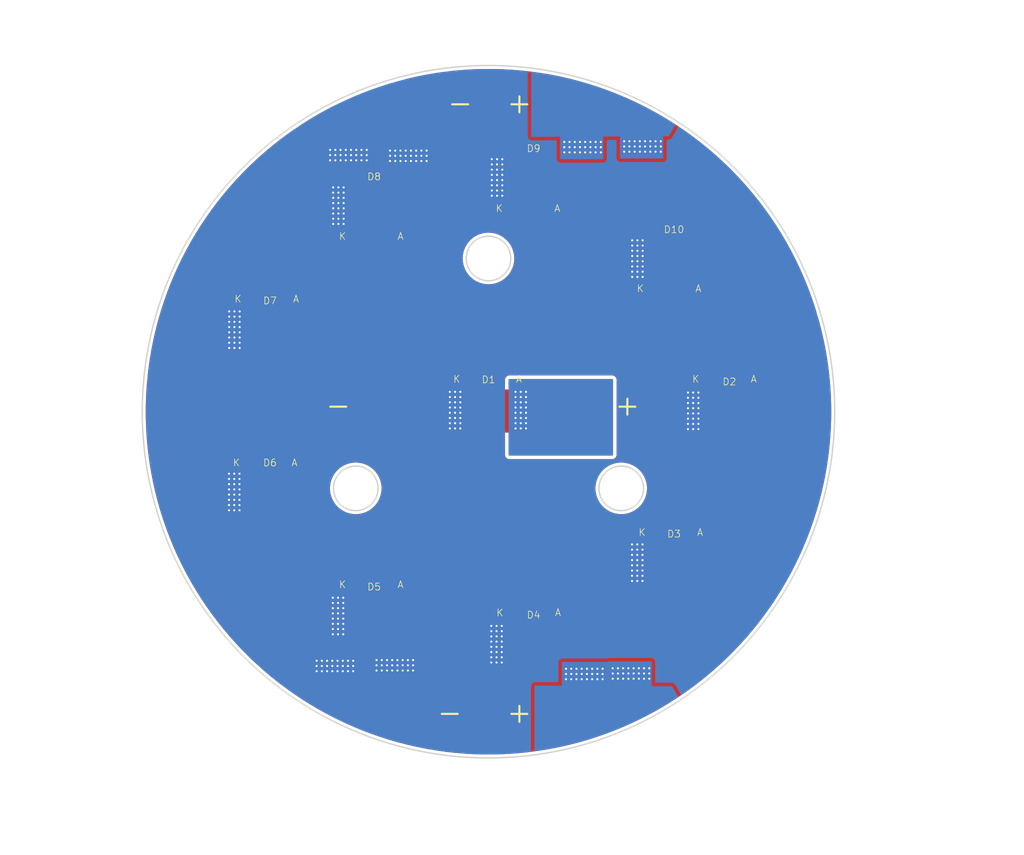
<source format=kicad_pcb>
(kicad_pcb (version 20241229) (generator "pcbnew") (generator_version "9.0")
  (layers (0 "F.Cu" signal) (2 "B.Cu" signal) (13 "F.Paste" user) (15 "B.Paste" user) (5 "F.SilkS" user "F.Silkscreen") (7 "B.SilkS" user "B.Silkscreen") (1 "F.Mask" user) (3 "B.Mask" user) (25 "Edge.Cuts" user))
  (net 0 "")
  (net 1 "/12V1")
  (net 2 "GND")
  (net 3 "/12V2")
  (net 4 "/12V3")
  (footprint "Diode_SMD:CREE_JU7070B_K" (layer "F.Cu") (at 155.9 113.48)
    (property "Reference" "D4" (at 3.7 -1.2 0) (layer "F.SilkS") (effects (font (thickness 0.1))))
    (property "Value" "LED")
    (fp_text user "A" (at 6.7 -0.98 0) (layer "F.SilkS") (effects (font (thickness 0.1)) (justify left bottom)))
    (pad "1" smd rect (at 1.325 3.1) (size 2.65 6.2) (layers "F.Cu" "F.Mask" "F.Paste") (net 2 "GND"))
    (pad "2" smd rect (at 4.915 3.1) (size 2.65 6.2) (layers "F.Cu" "F.Mask" "F.Paste") (net 3 "/12V2"))
  )
  (footprint "Diode_SMD:CREE_JU7070B_K" (layer "F.Cu") (at 176.05 58.15)
    (property "Reference" "D10" (at 3.7 -1.2 0) (layer "F.SilkS") (effects (font (thickness 0.1))))
    (property "Value" "LED")
    (fp_text user "A" (at 6.7 7.85 0) (layer "F.SilkS") (effects (font (thickness 0.1)) (justify left bottom)))
    (pad "1" smd rect (at 1.325 3.1) (size 2.65 6.2) (layers "F.Cu" "F.Mask" "F.Paste") (net 2 "GND"))
    (pad "2" smd rect (at 4.915 3.1) (size 2.65 6.2) (layers "F.Cu" "F.Mask" "F.Paste") (net 4 "/12V3"))
  )
  (footprint "Diode_SMD:CREE_JU7070B_K" (layer "F.Cu") (at 184 80)
    (property "Reference" "D2" (at 3.7 -1.2 0) (layer "F.SilkS") (effects (font (thickness 0.1))))
    (property "Value" "LED")
    (fp_text user "K" (at -1.7 -1 0) (layer "F.SilkS") (effects (font (thickness 0.1)) (justify left bottom)))
    (fp_text user "A" (at 6.7 -1 0) (layer "F.SilkS") (effects (font (thickness 0.1)) (justify left bottom)))
    (pad "1" smd rect (at 1.325 3.1) (size 2.65 6.2) (layers "F.Cu" "F.Mask" "F.Paste") (net 2 "GND"))
    (pad "2" smd rect (at 4.915 3.1) (size 2.65 6.2) (layers "F.Cu" "F.Mask" "F.Paste") (net 3 "/12V2"))
  )
  (footprint "Diode_SMD:CREE_JU7070B_K" (layer "F.Cu") (at 176.05 101.85)
    (property "Reference" "D3" (at 3.7 -1.2 0) (layer "F.SilkS") (effects (font (thickness 0.1))))
    (property "Value" "LED")
    (fp_text user "K" (at -1.45 -0.85 0) (layer "F.SilkS") (effects (font (thickness 0.1)) (justify left bottom)))
    (fp_text user "A" (at 6.95 -0.85 0) (layer "F.SilkS") (effects (font (thickness 0.1)) (justify left bottom)))
    (pad "1" smd rect (at 1.325 3.1) (size 2.65 6.2) (layers "F.Cu" "F.Mask" "F.Paste") (net 2 "GND"))
    (pad "2" smd rect (at 4.915 3.1) (size 2.65 6.2) (layers "F.Cu" "F.Mask" "F.Paste") (net 3 "/12V2"))
  )
  (footprint "Diode_SMD:CREE_JU7070B_K" (layer "F.Cu") (at 118.05 68.37)
    (property "Reference" "D7" (at 3.7 -1.2 0) (layer "F.SilkS") (effects (font (thickness 0.1))))
    (property "Value" "LED")
    (fp_text user "K" (at -1.45 -0.87 0) (layer "F.SilkS") (effects (font (thickness 0.1)) (justify left bottom)))
    (fp_text user "A" (at 6.95 -0.87 0) (layer "F.SilkS") (effects (font (thickness 0.1)) (justify left bottom)))
    (pad "1" smd rect (at 1.325 3.1) (size 2.65 6.2) (layers "F.Cu" "F.Mask" "F.Paste") (net 2 "GND"))
    (pad "2" smd rect (at 4.915 3.1) (size 2.65 6.2) (layers "F.Cu" "F.Mask" "F.Paste") (net 4 "/12V3"))
  )
  (footprint "Diode_SMD:CREE_JU7070B_K" (layer "F.Cu") (at 150 79.9)
    (property "Reference" "D1" (at 3.12 -1.4 0) (layer "F.SilkS") (effects (font (thickness 0.1))))
    (property "Value" "LED")
    (fp_text user "K" (at -2 -0.9 0) (layer "F.SilkS") (effects (font (thickness 0.1)) (justify left bottom)))
    (fp_text user "A" (at 7 -0.9 0) (layer "F.SilkS") (effects (font (thickness 0.1)) (justify left bottom)))
    (pad "1" smd rect (at 1.325 3.1) (size 2.65 6.2) (layers "F.Cu" "F.Mask" "F.Paste") (net 2 "GND"))
    (pad "2" smd rect (at 4.915 3.1) (size 2.65 6.2) (layers "F.Cu" "F.Mask" "F.Paste") (net 1 "/12V1"))
  )
  (footprint "Diode_SMD:CREE_JU7070B_K" (layer "F.Cu") (at 133 50.56)
    (property "Reference" "D8" (at 3.7 -1.2 0) (layer "F.SilkS") (effects (font (thickness 0.1))))
    (property "Value" "LED")
    (fp_text user "A" (at 7 7.94 0) (layer "F.SilkS") (effects (font (thickness 0.1)) (justify left bottom)))
    (fp_text user "K" (at -1.4 7.94 0) (layer "F.SilkS") (effects (font (thickness 0.1)) (justify left bottom)))
    (pad "1" smd rect (at 1.325 3.1) (size 2.65 6.2) (layers "F.Cu" "F.Mask" "F.Paste") (net 2 "GND"))
    (pad "2" smd rect (at 4.915 3.1) (size 2.65 6.2) (layers "F.Cu" "F.Mask" "F.Paste") (net 4 "/12V3"))
  )
  (footprint "Diode_SMD:CREE_JU7070B_K" (layer "F.Cu") (at 155.9 46.52)
    (property "Reference" "D9" (at 3.7 -1.2 0) (layer "F.SilkS") (effects (font (thickness 0.1))))
    (property "Value" "LED")
    (fp_text user "A" (at 6.6 7.98 0) (layer "F.SilkS") (effects (font (thickness 0.1)) (justify left bottom)))
    (fp_text user "K" (at -1.8 7.98 0) (layer "F.SilkS") (effects (font (thickness 0.1)) (justify left bottom)))
    (pad "1" smd rect (at 1.325 3.1) (size 2.65 6.2) (layers "F.Cu" "F.Mask" "F.Paste") (net 2 "GND"))
    (pad "2" smd rect (at 4.915 3.1) (size 2.65 6.2) (layers "F.Cu" "F.Mask" "F.Paste") (net 4 "/12V3"))
  )
  (footprint "Diode_SMD:CREE_JU7070B_K" (layer "F.Cu") (at 118.05 91.63)
    (property "Reference" "D6" (at 3.7 -1.2 0) (layer "F.SilkS") (effects (font (thickness 0.1))))
    (property "Value" "LED")
    (fp_text user "A" (at 6.725 -0.63 0) (layer "F.SilkS") (effects (font (thickness 0.1)) (justify left bottom)))
    (fp_text user "K" (at -1.675 -0.63 0) (layer "F.SilkS") (effects (font (thickness 0.1)) (justify left bottom)))
    (pad "1" smd rect (at 1.325 3.1) (size 2.65 6.2) (layers "F.Cu" "F.Mask" "F.Paste") (net 2 "GND"))
    (pad "2" smd rect (at 4.915 3.1) (size 2.65 6.2) (layers "F.Cu" "F.Mask" "F.Paste") (net 3 "/12V2"))
  )
  (footprint "Diode_SMD:CREE_JU7070B_K" (layer "F.Cu") (at 133 109.44)
    (property "Reference" "D5" (at 3.7 -1.2 0) (layer "F.SilkS") (effects (font (thickness 0.1))))
    (property "Value" "LED")
    (fp_text user "A" (at 7 -0.94 0) (layer "F.SilkS") (effects (font (thickness 0.1)) (justify left bottom)))
    (fp_text user "K" (at -1.4 -0.94 0) (layer "F.SilkS") (effects (font (thickness 0.1)) (justify left bottom)))
    (pad "1" smd rect (at 1.325 3.1) (size 2.65 6.2) (layers "F.Cu" "F.Mask" "F.Paste") (net 2 "GND"))
    (pad "2" smd rect (at 4.915 3.1) (size 2.65 6.2) (layers "F.Cu" "F.Mask" "F.Paste") (net 3 "/12V2"))
  )
  (gr_rect (start 172.35 101.9) (end 176.1 107.9) (stroke (width 0.2)) (fill yes) (layer "F.Cu") (net 2))
  (gr_rect (start 130.135926 44.139475) (end 136.135926 47.889475) (stroke (width 0.2)) (fill yes) (layer "F.Cu") (net 2))
  (gr_rect (start 129.4 109.55) (end 133.15 115.55) (stroke (width 0.2)) (fill yes) (layer "F.Cu") (net 2))
  (gr_rect (start 128.2 117.975) (end 134.2 121.725) (stroke (width 0.2)) (fill yes) (layer "F.Cu") (net 2))
  (gr_rect (start 172.375 58.25) (end 176.125 64.25) (stroke (width 0.2)) (fill yes) (layer "F.Cu") (net 2))
  (gr_rect (start 180.375 80.1) (end 184.125 86.1) (stroke (width 0.2)) (fill yes) (layer "F.Cu") (net 2))
  (gr_rect (start 129.45 50.65) (end 133.2 56.65) (stroke (width 0.2)) (fill yes) (layer "F.Cu") (net 2))
  (gr_rect (start 152.15 113.6) (end 155.9 119.6) (stroke (width 0.2)) (fill yes) (layer "F.Cu") (net 2))
  (gr_rect (start 114.5 91.75) (end 118.25 97.75) (stroke (width 0.2)) (fill yes) (layer "F.Cu") (net 2))
  (gr_rect (start 138.735926 44.239475) (end 144.735926 47.989475) (stroke (width 0.2)) (fill yes) (layer "F.Cu") (net 2))
  (gr_rect (start 136.8 117.875) (end 142.8 121.625) (stroke (width 0.2)) (fill yes) (layer "F.Cu") (net 2))
  (gr_rect (start 114.525 68.45) (end 118.275 74.45) (stroke (width 0.2)) (fill yes) (layer "F.Cu") (net 2))
  (gr_rect (start 146.2 80) (end 149.95 86) (stroke (width 0.2)) (fill yes) (layer "F.Cu") (net 2))
  (gr_rect (start 152.225 46.6) (end 155.975 52.6) (stroke (width 0.2)) (fill yes) (layer "F.Cu") (net 2))
  (gr_rect (start 163.75 119.125) (end 170.25 122.875) (stroke (width 0.2)) (fill yes) (layer "B.Cu") (net 3))
  (gr_rect (start 163.5 43) (end 169.5 46.75) (stroke (width 0.2)) (fill yes) (layer "B.Cu") (net 4))
  (gr_rect (start 170.45 119.05) (end 176.45 122.8) (stroke (width 0.2)) (fill yes) (layer "B.Cu") (net 3))
  (gr_rect (start 172.1 42.9) (end 178.1 46.65) (stroke (width 0.2)) (fill yes) (layer "B.Cu") (net 4))
  (gr_circle (center 172.173 94.1) (end 175.373 94.1) (stroke (width 0.2)) (fill no) (layer "Edge.Cuts"))
  (gr_circle (center 134.067 94.1) (end 137.267 94.1) (stroke (width 0.2)) (fill no) (layer "Edge.Cuts"))
  (gr_circle (center 153.12 83.1) (end 202.82 83.1) (stroke (width 0.2)) (fill no) (layer "Edge.Cuts"))
  (gr_circle (center 153.12 61.1) (end 156.32 61.1) (stroke (width 0.2)) (fill no) (layer "Edge.Cuts"))
  (gr_text "+" (at 155.5 128 0) (layer "F.SilkS") (effects (font (size 3 3) (thickness 0.3) (bold yes)) (justify left bottom)))
  (gr_text "-" (at 145.5 128 0) (layer "F.SilkS") (effects (font (size 3 3) (thickness 0.3) (bold yes)) (justify left bottom)))
  (gr_text "+" (at 171 83.9 0) (layer "F.SilkS") (effects (font (size 3 3) (thickness 0.3) (bold yes)) (justify left bottom)))
  (gr_text "-" (at 147 40.5 0) (layer "F.SilkS") (effects (font (size 3 3) (thickness 0.3) (bold yes)) (justify left bottom)))
  (gr_text "+" (at 155.5 40.5 0) (layer "F.SilkS") (effects (font (size 3 3) (thickness 0.3) (bold yes)) (justify left bottom)))
  (gr_text "K" (at 174.35 66 0) (layer "F.SilkS") (effects (font (size 1 1) (thickness 0.1)) (justify left bottom)))
  (gr_text "-" (at 129.5 83.9 0) (layer "F.SilkS") (effects (font (size 3 3) (thickness 0.3) (bold yes)) (justify left bottom)))
  (gr_text "K" (at 154.2 112.55 0) (layer "F.SilkS") (effects (font (size 1 1) (thickness 0.1)) (justify left bottom)))
  (via (at 157 84.75) (size 0.7) (drill 0.3) (layers "F.Cu" "B.Cu") (net 1))
  (via (at 157.75 80.25) (size 0.7) (drill 0.3) (layers "F.Cu" "B.Cu") (net 1))
  (via (at 158.5 85.5) (size 0.7) (drill 0.3) (layers "F.Cu" "B.Cu") (net 1))
  (via (at 157 81.75) (size 0.7) (drill 0.3) (layers "F.Cu" "B.Cu") (net 1))
  (via (at 157 83.25) (size 0.7) (drill 0.3) (layers "F.Cu" "B.Cu") (net 1))
  (via (at 157 85.5) (size 0.7) (drill 0.3) (layers "F.Cu" "B.Cu") (net 1))
  (via (at 158.5 80.25) (size 0.7) (drill 0.3) (layers "F.Cu" "B.Cu") (net 1))
  (via (at 158.5 84.75) (size 0.7) (drill 0.3) (layers "F.Cu" "B.Cu") (net 1))
  (via (at 158.5 83.25) (size 0.7) (drill 0.3) (layers "F.Cu" "B.Cu") (net 1))
  (via (at 158.5 81) (size 0.7) (drill 0.3) (layers "F.Cu" "B.Cu") (net 1))
  (via (at 157.75 84.75) (size 0.7) (drill 0.3) (layers "F.Cu" "B.Cu") (net 1))
  (via (at 157.75 85.5) (size 0.7) (drill 0.3) (layers "F.Cu" "B.Cu") (net 1))
  (via (at 157.75 81) (size 0.7) (drill 0.3) (layers "F.Cu" "B.Cu") (net 1))
  (via (at 158.5 84) (size 0.7) (drill 0.3) (layers "F.Cu" "B.Cu") (net 1))
  (via (at 157 82.5) (size 0.7) (drill 0.3) (layers "F.Cu" "B.Cu") (net 1))
  (via (at 157 81) (size 0.7) (drill 0.3) (layers "F.Cu" "B.Cu") (net 1))
  (via (at 157 84) (size 0.7) (drill 0.3) (layers "F.Cu" "B.Cu") (net 1))
  (via (at 157.75 84) (size 0.7) (drill 0.3) (layers "F.Cu" "B.Cu") (net 1))
  (via (at 157.75 81.75) (size 0.7) (drill 0.3) (layers "F.Cu" "B.Cu") (net 1))
  (via (at 157.75 83.25) (size 0.7) (drill 0.3) (layers "F.Cu" "B.Cu") (net 1))
  (via (at 157.75 82.5) (size 0.7) (drill 0.3) (layers "F.Cu" "B.Cu") (net 1))
  (via (at 157 80.25) (size 0.7) (drill 0.3) (layers "F.Cu" "B.Cu") (net 1))
  (via (at 158.5 81.75) (size 0.7) (drill 0.3) (layers "F.Cu" "B.Cu") (net 1))
  (via (at 158.5 82.5) (size 0.7) (drill 0.3) (layers "F.Cu" "B.Cu") (net 1))
  (via (at 154.275 117.6) (size 0.7) (drill 0.3) (layers "F.Cu" "B.Cu") (net 2))
  (via (at 142.3 120.25) (size 0.7) (drill 0.3) (layers "F.Cu" "B.Cu") (net 2))
  (via (at 130.825 53.15) (size 0.7) (drill 0.3) (layers "F.Cu" "B.Cu") (net 2))
  (via (at 140.8 118.75) (size 0.7) (drill 0.3) (layers "F.Cu" "B.Cu") (net 2))
  (via (at 133.385926 47.014475) (size 0.7) (drill 0.3) (layers "F.Cu" "B.Cu") (net 2))
  (via (at 132.325 56.15) (size 0.7) (drill 0.3) (layers "F.Cu" "B.Cu") (net 2))
  (via (at 181.75 83.35) (size 0.7) (drill 0.3) (layers "F.Cu" "B.Cu") (net 2))
  (via (at 175.225 105.9) (size 0.7) (drill 0.3) (layers "F.Cu" "B.Cu") (net 2))
  (via (at 154.35 50.6) (size 0.7) (drill 0.3) (layers "F.Cu" "B.Cu") (net 2))
  (via (at 117.4 73.95) (size 0.7) (drill 0.3) (layers "F.Cu" "B.Cu") (net 2))
  (via (at 131.525 112.8) (size 0.7) (drill 0.3) (layers "F.Cu" "B.Cu") (net 2))
  (via (at 175.225 106.65) (size 0.7) (drill 0.3) (layers "F.Cu" "B.Cu") (net 2))
  (via (at 182.5 85.6) (size 0.7) (drill 0.3) (layers "F.Cu" "B.Cu") (net 2))
  (via (at 144.235926 47.114475) (size 0.7) (drill 0.3) (layers "F.Cu" "B.Cu") (net 2))
  (via (at 140.485926 45.614475) (size 0.7) (drill 0.3) (layers "F.Cu" "B.Cu") (net 2))
  (via (at 131.45 119.6) (size 0.7) (drill 0.3) (layers "F.Cu" "B.Cu") (net 2))
  (via (at 174.5 61.5) (size 0.7) (drill 0.3) (layers "F.Cu" "B.Cu") (net 2))
  (via (at 130.775 110.55) (size 0.7) (drill 0.3) (layers "F.Cu" "B.Cu") (net 2))
  (via (at 131.575 50.9) (size 0.7) (drill 0.3) (layers "F.Cu" "B.Cu") (net 2))
  (via (at 148.325 81.75) (size 0.7) (drill 0.3) (layers "F.Cu" "B.Cu") (net 2))
  (via (at 140.05 120.25) (size 0.7) (drill 0.3) (layers "F.Cu" "B.Cu") (net 2))
  (via (at 153.525 115.35) (size 0.7) (drill 0.3) (layers "F.Cu" "B.Cu") (net 2))
  (via (at 115.9 70.2) (size 0.7) (drill 0.3) (layers "F.Cu" "B.Cu") (net 2))
  (via (at 147.575 80.25) (size 0.7) (drill 0.3) (layers "F.Cu" "B.Cu") (net 2))
  (via (at 133.385926 46.264475) (size 0.7) (drill 0.3) (layers "F.Cu" "B.Cu") (net 2))
  (via (at 174.475 102.9) (size 0.7) (drill 0.3) (layers "F.Cu" "B.Cu") (net 2))
  (via (at 153.525 117.6) (size 0.7) (drill 0.3) (layers "F.Cu" "B.Cu") (net 2))
  (via (at 149.075 84) (size 0.7) (drill 0.3) (layers "F.Cu" "B.Cu") (net 2))
  (via (at 132.95 119.6) (size 0.7) (drill 0.3) (layers "F.Cu" "B.Cu") (net 2))
  (via (at 155.1 46.85) (size 0.7) (drill 0.3) (layers "F.Cu" "B.Cu") (net 2))
  (via (at 130.825 53.9) (size 0.7) (drill 0.3) (layers "F.Cu" "B.Cu") (net 2))
  (via (at 147.575 81.75) (size 0.7) (drill 0.3) (layers "F.Cu" "B.Cu") (net 2))
  (via (at 153.6 51.35) (size 0.7) (drill 0.3) (layers "F.Cu" "B.Cu") (net 2))
  (via (at 183.25 85.6) (size 0.7) (drill 0.3) (layers "F.Cu" "B.Cu") (net 2))
  (via (at 131.525 114.3) (size 0.7) (drill 0.3) (layers "F.Cu" "B.Cu") (net 2))
  (via (at 138.55 119.5) (size 0.7) (drill 0.3) (layers "F.Cu" "B.Cu") (net 2))
  (via (at 147.575 82.5) (size 0.7) (drill 0.3) (layers "F.Cu" "B.Cu") (net 2))
  (via (at 175.225 103.65) (size 0.7) (drill 0.3) (layers "F.Cu" "B.Cu") (net 2))
  (via (at 138.55 118.75) (size 0.7) (drill 0.3) (layers "F.Cu" "B.Cu") (net 2))
  (via (at 133.7 120.35) (size 0.7) (drill 0.3) (layers "F.Cu" "B.Cu") (net 2))
  (via (at 117.4 73.2) (size 0.7) (drill 0.3) (layers "F.Cu" "B.Cu") (net 2))
  (via (at 182.5 80.35) (size 0.7) (drill 0.3) (layers "F.Cu" "B.Cu") (net 2))
  (via (at 183.25 84.1) (size 0.7) (drill 0.3) (layers "F.Cu" "B.Cu") (net 2))
  (via (at 140.8 120.25) (size 0.7) (drill 0.3) (layers "F.Cu" "B.Cu") (net 2))
  (via (at 154.275 116.1) (size 0.7) (drill 0.3) (layers "F.Cu" "B.Cu") (net 2))
  (via (at 116.625 92.75) (size 0.7) (drill 0.3) (layers "F.Cu" "B.Cu") (net 2))
  (via (at 131.525 113.55) (size 0.7) (drill 0.3) (layers "F.Cu" "B.Cu") (net 2))
  (via (at 132.275 111.3) (size 0.7) (drill 0.3) (layers "F.Cu" "B.Cu") (net 2))
  (via (at 132.95 120.35) (size 0.7) (drill 0.3) (layers "F.Cu" "B.Cu") (net 2))
  (via (at 147.575 85.5) (size 0.7) (drill 0.3) (layers "F.Cu" "B.Cu") (net 2))
  (via (at 131.525 111.3) (size 0.7) (drill 0.3) (layers "F.Cu" "B.Cu") (net 2))
  (via (at 132.325 51.65) (size 0.7) (drill 0.3) (layers "F.Cu" "B.Cu") (net 2))
  (via (at 130.775 113.55) (size 0.7) (drill 0.3) (layers "F.Cu" "B.Cu") (net 2))
  (via (at 130.775 109.8) (size 0.7) (drill 0.3) (layers "F.Cu" "B.Cu") (net 2))
  (via (at 117.4 68.7) (size 0.7) (drill 0.3) (layers "F.Cu" "B.Cu") (net 2))
  (via (at 181.75 85.6) (size 0.7) (drill 0.3) (layers "F.Cu" "B.Cu") (net 2))
  (via (at 174.5 63.75) (size 0.7) (drill 0.3) (layers "F.Cu" "B.Cu") (net 2))
  (via (at 130.7 119.6) (size 0.7) (drill 0.3) (layers "F.Cu" "B.Cu") (net 2))
  (via (at 115.875 92) (size 0.7) (drill 0.3) (layers "F.Cu" "B.Cu") (net 2))
  (via (at 137.05 119.5) (size 0.7) (drill 0.3) (layers "F.Cu" "B.Cu") (net 2))
  (via (at 116.625 96.5) (size 0.7) (drill 0.3) (layers "F.Cu" "B.Cu") (net 2))
  (via (at 154.275 118.35) (size 0.7) (drill 0.3) (layers "F.Cu" "B.Cu") (net 2))
  (via (at 115.9 72.45) (size 0.7) (drill 0.3) (layers "F.Cu" "B.Cu") (net 2))
  (via (at 131.885926 47.014475) (size 0.7) (drill 0.3) (layers "F.Cu" "B.Cu") (net 2))
  (via (at 153.6 49.1) (size 0.7) (drill 0.3) (layers "F.Cu" "B.Cu") (net 2))
  (via (at 116.65 70.95) (size 0.7) (drill 0.3) (layers "F.Cu" "B.Cu") (net 2))
  (via (at 137.05 118.75) (size 0.7) (drill 0.3) (layers "F.Cu" "B.Cu") (net 2))
  (via (at 132.2 120.35) (size 0.7) (drill 0.3) (layers "F.Cu" "B.Cu") (net 2))
  (via (at 153.6 50.6) (size 0.7) (drill 0.3) (layers "F.Cu" "B.Cu") (net 2))
  (via (at 182.5 82.6) (size 0.7) (drill 0.3) (layers "F.Cu" "B.Cu") (net 2))
  (via (at 153.6 49.85) (size 0.7) (drill 0.3) (layers "F.Cu" "B.Cu") (net 2))
  (via (at 131.135926 46.264475) (size 0.7) (drill 0.3) (layers "F.Cu" "B.Cu") (net 2))
  (via (at 155.025 114.6) (size 0.7) (drill 0.3) (layers "F.Cu" "B.Cu") (net 2))
  (via (at 117.375 94.25) (size 0.7) (drill 0.3) (layers "F.Cu" "B.Cu") (net 2))
  (via (at 116.625 95.75) (size 0.7) (drill 0.3) (layers "F.Cu" "B.Cu") (net 2))
  (via (at 173.725 104.4) (size 0.7) (drill 0.3) (layers "F.Cu" "B.Cu") (net 2))
  (via (at 132.325 50.9) (size 0.7) (drill 0.3) (layers "F.Cu" "B.Cu") (net 2))
  (via (at 132.275 109.8) (size 0.7) (drill 0.3) (layers "F.Cu" "B.Cu") (net 2))
  (via (at 131.45 120.35) (size 0.7) (drill 0.3) (layers "F.Cu" "B.Cu") (net 2))
  (via (at 173.75 58.5) (size 0.7) (drill 0.3) (layers "F.Cu" "B.Cu") (net 2))
  (via (at 174.475 106.65) (size 0.7) (drill 0.3) (layers "F.Cu" "B.Cu") (net 2))
  (via (at 175.25 60.75) (size 0.7) (drill 0.3) (layers "F.Cu" "B.Cu") (net 2))
  (via (at 115.9 73.2) (size 0.7) (drill 0.3) (layers "F.Cu" "B.Cu") (net 2))
  (via (at 173.725 102.15) (size 0.7) (drill 0.3) (layers "F.Cu" "B.Cu") (net 2))
  (via (at 155.025 115.35) (size 0.7) (drill 0.3) (layers "F.Cu" "B.Cu") (net 2))
  (via (at 139.3 119.5) (size 0.7) (drill 0.3) (layers "F.Cu" "B.Cu") (net 2))
  (via (at 131.575 51.65) (size 0.7) (drill 0.3) (layers "F.Cu" "B.Cu") (net 2))
  (via (at 138.985926 47.114475) (size 0.7) (drill 0.3) (layers "F.Cu" "B.Cu") (net 2))
  (via (at 174.5 62.25) (size 0.7) (drill 0.3) (layers "F.Cu" "B.Cu") (net 2))
  (via (at 174.475 102.15) (size 0.7) (drill 0.3) (layers "F.Cu" "B.Cu") (net 2))
  (via (at 117.4 72.45) (size 0.7) (drill 0.3) (layers "F.Cu" "B.Cu") (net 2))
  (via (at 147.575 84.75) (size 0.7) (drill 0.3) (layers "F.Cu" "B.Cu") (net 2))
  (via (at 175.225 102.9) (size 0.7) (drill 0.3) (layers "F.Cu" "B.Cu") (net 2))
  (via (at 149.075 84.75) (size 0.7) (drill 0.3) (layers "F.Cu" "B.Cu") (net 2))
  (via (at 173.75 59.25) (size 0.7) (drill 0.3) (layers "F.Cu" "B.Cu") (net 2))
  (via (at 115.875 94.25) (size 0.7) (drill 0.3) (layers "F.Cu" "B.Cu") (net 2))
  (via (at 129.2 120.35) (size 0.7) (drill 0.3) (layers "F.Cu" "B.Cu") (net 2))
  (via (at 137.8 119.5) (size 0.7) (drill 0.3) (layers "F.Cu" "B.Cu") (net 2))
  (via (at 143.485926 45.614475) (size 0.7) (drill 0.3) (layers "F.Cu" "B.Cu") (net 2))
  (via (at 173.75 60.75) (size 0.7) (drill 0.3) (layers "F.Cu" "B.Cu") (net 2))
  (via (at 141.985926 46.364475) (size 0.7) (drill 0.3) (layers "F.Cu" "B.Cu") (net 2))
  (via (at 129.95 119.6) (size 0.7) (drill 0.3) (layers "F.Cu" "B.Cu") (net 2))
  (via (at 173.75 61.5) (size 0.7) (drill 0.3) (layers "F.Cu" "B.Cu") (net 2))
  (via (at 183.25 80.35) (size 0.7) (drill 0.3) (layers "F.Cu" "B.Cu") (net 2))
  (via (at 183.25 83.35) (size 0.7) (drill 0.3) (layers "F.Cu" "B.Cu") (net 2))
  (via (at 175.225 107.4) (size 0.7) (drill 0.3) (layers "F.Cu" "B.Cu") (net 2))
  (via (at 134.885926 46.264475) (size 0.7) (drill 0.3) (layers "F.Cu" "B.Cu") (net 2))
  (via (at 173.725 102.9) (size 0.7) (drill 0.3) (layers "F.Cu" "B.Cu") (net 2))
  (via (at 138.985926 46.364475) (size 0.7) (drill 0.3) (layers "F.Cu" "B.Cu") (net 2))
  (via (at 149.075 85.5) (size 0.7) (drill 0.3) (layers "F.Cu" "B.Cu") (net 2))
  (via (at 173.75 63.75) (size 0.7) (drill 0.3) (layers "F.Cu" "B.Cu") (net 2))
  (via (at 117.375 92) (size 0.7) (drill 0.3) (layers "F.Cu" "B.Cu") (net 2))
  (via (at 181.75 84.1) (size 0.7) (drill 0.3) (layers "F.Cu" "B.Cu") (net 2))
  (via (at 115.875 96.5) (size 0.7) (drill 0.3) (layers "F.Cu" "B.Cu") (net 2))
  (via (at 149.075 83.25) (size 0.7) (drill 0.3) (layers "F.Cu" "B.Cu") (net 2))
  (via (at 132.275 113.55) (size 0.7) (drill 0.3) (layers "F.Cu" "B.Cu") (net 2))
  (via (at 174.475 107.4) (size 0.7) (drill 0.3) (layers "F.Cu" "B.Cu") (net 2))
  (via (at 183.25 81.85) (size 0.7) (drill 0.3) (layers "F.Cu" "B.Cu") (net 2))
  (via (at 130.825 51.65) (size 0.7) (drill 0.3) (layers "F.Cu" "B.Cu") (net 2))
  (via (at 174.5 60.75) (size 0.7) (drill 0.3) (layers "F.Cu" "B.Cu") (net 2))
  (via (at 115.875 97.25) (size 0.7) (drill 0.3) (layers "F.Cu" "B.Cu") (net 2))
  (via (at 131.885926 46.264475) (size 0.7) (drill 0.3) (layers "F.Cu" "B.Cu") (net 2))
  (via (at 174.475 105.9) (size 0.7) (drill 0.3) (layers "F.Cu" "B.Cu") (net 2))
  (via (at 148.325 84.75) (size 0.7) (drill 0.3) (layers "F.Cu" "B.Cu") (net 2))
  (via (at 117.375 97.25) (size 0.7) (drill 0.3) (layers "F.Cu" "B.Cu") (net 2))
  (via (at 147.575 84) (size 0.7) (drill 0.3) (layers "F.Cu" "B.Cu") (net 2))
  (via (at 115.875 92.75) (size 0.7) (drill 0.3) (layers "F.Cu" "B.Cu") (net 2))
  (via (at 173.75 62.25) (size 0.7) (drill 0.3) (layers "F.Cu" "B.Cu") (net 2))
  (via (at 132.325 55.4) (size 0.7) (drill 0.3) (layers "F.Cu" "B.Cu") (net 2))
  (via (at 149.075 81.75) (size 0.7) (drill 0.3) (layers "F.Cu" "B.Cu") (net 2))
  (via (at 148.325 83.25) (size 0.7) (drill 0.3) (layers "F.Cu" "B.Cu") (net 2))
  (via (at 134.885926 45.514475) (size 0.7) (drill 0.3) (layers "F.Cu" "B.Cu") (net 2))
  (via (at 131.135926 47.014475) (size 0.7) (drill 0.3) (layers "F.Cu" "B.Cu") (net 2))
  (via (at 149.075 81) (size 0.7) (drill 0.3) (layers "F.Cu" "B.Cu") (net 2))
  (via (at 139.3 120.25) (size 0.7) (drill 0.3) (layers "F.Cu" "B.Cu") (net 2))
  (via (at 130.775 112.05) (size 0.7) (drill 0.3) (layers "F.Cu" "B.Cu") (net 2))
  (via (at 155.025 117.6) (size 0.7) (drill 0.3) (layers "F.Cu" "B.Cu") (net 2))
  (via (at 134.885926 47.014475) (size 0.7) (drill 0.3) (layers "F.Cu" "B.Cu") (net 2))
  (via (at 153.6 47.6) (size 0.7) (drill 0.3) (layers "F.Cu" "B.Cu") (net 2))
  (via (at 142.3 119.5) (size 0.7) (drill 0.3) (layers "F.Cu" "B.Cu") (net 2))
  (via (at 115.875 93.5) (size 0.7) (drill 0.3) (layers "F.Cu" "B.Cu") (net 2))
  (via (at 142.735926 47.114475) (size 0.7) (drill 0.3) (layers "F.Cu" "B.Cu") (net 2))
  (via (at 117.4 70.2) (size 0.7) (drill 0.3) (layers "F.Cu" "B.Cu") (net 2))
  (via (at 130.7 120.35) (size 0.7) (drill 0.3) (layers "F.Cu" "B.Cu") (net 2))
  (via (at 133.385926 45.514475) (size 0.7) (drill 0.3) (layers "F.Cu" "B.Cu") (net 2))
  (via (at 154.35 49.85) (size 0.7) (drill 0.3) (layers "F.Cu" "B.Cu") (net 2))
  (via (at 141.985926 47.114475) (size 0.7) (drill 0.3) (layers "F.Cu" "B.Cu") (net 2))
  (via (at 153.525 119.1) (size 0.7) (drill 0.3) (layers "F.Cu" "B.Cu") (net 2))
  (via (at 128.45 118.85) (size 0.7) (drill 0.3) (layers "F.Cu" "B.Cu") (net 2))
  (via (at 149.075 80.25) (size 0.7) (drill 0.3) (layers "F.Cu" "B.Cu") (net 2))
  (via (at 129.95 120.35) (size 0.7) (drill 0.3) (layers "F.Cu" "B.Cu") (net 2))
  (via (at 154.275 115.35) (size 0.7) (drill 0.3) (layers "F.Cu" "B.Cu") (net 2))
  (via (at 183.25 82.6) (size 0.7) (drill 0.3) (layers "F.Cu" "B.Cu") (net 2))
  (via (at 155.1 47.6) (size 0.7) (drill 0.3) (layers "F.Cu" "B.Cu") (net 2))
  (via (at 183.25 84.85) (size 0.7) (drill 0.3) (layers "F.Cu" "B.Cu") (net 2))
  (via (at 131.525 110.55) (size 0.7) (drill 0.3) (layers "F.Cu" "B.Cu") (net 2))
  (via (at 117.375 92.75) (size 0.7) (drill 0.3) (layers "F.Cu" "B.Cu") (net 2))
  (via (at 128.45 119.6) (size 0.7) (drill 0.3) (layers "F.Cu" "B.Cu") (net 2))
  (via (at 131.135926 45.514475) (size 0.7) (drill 0.3) (layers "F.Cu" "B.Cu") (net 2))
  (via (at 141.55 119.5) (size 0.7) (drill 0.3) (layers "F.Cu" "B.Cu") (net 2))
  (via (at 132.275 115.05) (size 0.7) (drill 0.3) (layers "F.Cu" "B.Cu") (net 2))
  (via (at 130.825 52.4) (size 0.7) (drill 0.3) (layers "F.Cu" "B.Cu") (net 2))
  (via (at 154.35 52.1) (size 0.7) (drill 0.3) (layers "F.Cu" "B.Cu") (net 2))
  (via (at 116.65 72.45) (size 0.7) (drill 0.3) (layers "F.Cu" "B.Cu") (net 2))
  (via (at 117.375 95.75) (size 0.7) (drill 0.3) (layers "F.Cu" "B.Cu") (net 2))
  (via (at 132.325 53.9) (size 0.7) (drill 0.3) (layers "F.Cu" "B.Cu") (net 2))
  (via (at 154.275 113.85) (size 0.7) (drill 0.3) (layers "F.Cu" "B.Cu") (net 2))
  (via (at 116.65 68.7) (size 0.7) (drill 0.3) (layers "F.Cu" "B.Cu") (net 2))
  (via (at 132.2 118.85) (size 0.7) (drill 0.3) (layers "F.Cu" "B.Cu") (net 2))
  (via (at 147.575 81) (size 0.7) (drill 0.3) (layers "F.Cu" "B.Cu") (net 2))
  (via (at 115.9 69.45) (size 0.7) (drill 0.3) (layers "F.Cu" "B.Cu") (net 2))
  (via (at 175.25 63) (size 0.7) (drill 0.3) (layers "F.Cu" "B.Cu") (net 2))
  (via (at 139.735926 47.114475) (size 0.7) (drill 0.3) (layers "F.Cu" "B.Cu") (net 2))
  (via (at 129.2 118.85) (size 0.7) (drill 0.3) (layers "F.Cu" "B.Cu") (net 2))
  (via (at 155.1 49.1) (size 0.7) (drill 0.3) (layers "F.Cu" "B.Cu") (net 2))
  (via (at 135.635926 46.264475) (size 0.7) (drill 0.3) (layers "F.Cu" "B.Cu") (net 2))
  (via (at 174.5 63) (size 0.7) (drill 0.3) (layers "F.Cu" "B.Cu") (net 2))
  (via (at 116.65 73.95) (size 0.7) (drill 0.3) (layers "F.Cu" "B.Cu") (net 2))
  (via (at 153.525 113.85) (size 0.7) (drill 0.3) (layers "F.Cu" "B.Cu") (net 2))
  (via (at 148.325 84) (size 0.7) (drill 0.3) (layers "F.Cu" "B.Cu") (net 2))
  (via (at 131.885926 45.514475) (size 0.7) (drill 0.3) (layers "F.Cu" "B.Cu") (net 2))
  (via (at 144.235926 46.364475) (size 0.7) (drill 0.3) (layers "F.Cu" "B.Cu") (net 2))
  (via (at 149.075 82.5) (size 0.7) (drill 0.3) (layers "F.Cu" "B.Cu") (net 2))
  (via (at 140.485926 46.364475) (size 0.7) (drill 0.3) (layers "F.Cu" "B.Cu") (net 2))
  (via (at 115.9 70.95) (size 0.7) (drill 0.3) (layers "F.Cu" "B.Cu") (net 2))
  (via (at 131.525 109.8) (size 0.7) (drill 0.3) (layers "F.Cu" "B.Cu") (net 2))
  (via (at 141.55 120.25) (size 0.7) (drill 0.3) (layers "F.Cu" "B.Cu") (net 2))
  (via (at 130.7 118.85) (size 0.7) (drill 0.3) (layers "F.Cu" "B.Cu") (net 2))
  (via (at 139.735926 45.614475) (size 0.7) (drill 0.3) (layers "F.Cu" "B.Cu") (net 2))
  (via (at 116.65 73.2) (size 0.7) (drill 0.3) (layers "F.Cu" "B.Cu") (net 2))
  (via (at 133.7 118.85) (size 0.7) (drill 0.3) (layers "F.Cu" "B.Cu") (net 2))
  (via (at 115.875 95) (size 0.7) (drill 0.3) (layers "F.Cu" "B.Cu") (net 2))
  (via (at 132.325 52.4) (size 0.7) (drill 0.3) (layers "F.Cu" "B.Cu") (net 2))
  (via (at 174.475 104.4) (size 0.7) (drill 0.3) (layers "F.Cu" "B.Cu") (net 2))
  (via (at 141.235926 45.614475) (size 0.7) (drill 0.3) (layers "F.Cu" "B.Cu") (net 2))
  (via (at 183.25 81.1) (size 0.7) (drill 0.3) (layers "F.Cu" "B.Cu") (net 2))
  (via (at 175.225 104.4) (size 0.7) (drill 0.3) (layers "F.Cu" "B.Cu") (net 2))
  (via (at 132.635926 45.514475) (size 0.7) (drill 0.3) (layers "F.Cu" "B.Cu") (net 2))
  (via (at 134.135926 47.014475) (size 0.7) (drill 0.3) (layers "F.Cu" "B.Cu") (net 2))
  (via (at 182.5 81.85) (size 0.7) (drill 0.3) (layers "F.Cu" "B.Cu") (net 2))
  (via (at 115.9 73.95) (size 0.7) (drill 0.3) (layers "F.Cu" "B.Cu") (net 2))
  (via (at 130.385926 45.514475) (size 0.7) (drill 0.3) (layers "F.Cu" "B.Cu") (net 2))
  (via (at 144.235926 45.614475) (size 0.7) (drill 0.3) (layers "F.Cu" "B.Cu") (net 2))
  (via (at 130.775 115.05) (size 0.7) (drill 0.3) (layers "F.Cu" "B.Cu") (net 2))
  (via (at 155.1 49.85) (size 0.7) (drill 0.3) (layers "F.Cu" "B.Cu") (net 2))
  (via (at 139.735926 46.364475) (size 0.7) (drill 0.3) (layers "F.Cu" "B.Cu") (net 2))
  (via (at 153.525 116.1) (size 0.7) (drill 0.3) (layers "F.Cu" "B.Cu") (net 2))
  (via (at 155.025 116.1) (size 0.7) (drill 0.3) (layers "F.Cu" "B.Cu") (net 2))
  (via (at 132.635926 46.264475) (size 0.7) (drill 0.3) (layers "F.Cu" "B.Cu") (net 2))
  (via (at 153.525 118.35) (size 0.7) (drill 0.3) (layers "F.Cu" "B.Cu") (net 2))
  (via (at 117.375 96.5) (size 0.7) (drill 0.3) (layers "F.Cu" "B.Cu") (net 2))
  (via (at 155.025 119.1) (size 0.7) (drill 0.3) (layers "F.Cu" "B.Cu") (net 2))
  (via (at 137.05 120.25) (size 0.7) (drill 0.3) (layers "F.Cu" "B.Cu") (net 2))
  (via (at 130.825 54.65) (size 0.7) (drill 0.3) (layers "F.Cu" "B.Cu") (net 2))
  (via (at 155.025 118.35) (size 0.7) (drill 0.3) (layers "F.Cu" "B.Cu") (net 2))
  (via (at 117.4 69.45) (size 0.7) (drill 0.3) (layers "F.Cu" "B.Cu") (net 2))
  (via (at 173.75 63) (size 0.7) (drill 0.3) (layers "F.Cu" "B.Cu") (net 2))
  (via (at 175.225 102.15) (size 0.7) (drill 0.3) (layers "F.Cu" "B.Cu") (net 2))
  (via (at 132.275 110.55) (size 0.7) (drill 0.3) (layers "F.Cu" "B.Cu") (net 2))
  (via (at 134.135926 46.264475) (size 0.7) (drill 0.3) (layers "F.Cu" "B.Cu") (net 2))
  (via (at 175.225 105.15) (size 0.7) (drill 0.3) (layers "F.Cu" "B.Cu") (net 2))
  (via (at 148.325 85.5) (size 0.7) (drill 0.3) (layers "F.Cu" "B.Cu") (net 2))
  (via (at 131.525 112.05) (size 0.7) (drill 0.3) (layers "F.Cu" "B.Cu") (net 2))
  (via (at 131.575 56.15) (size 0.7) (drill 0.3) (layers "F.Cu" "B.Cu") (net 2))
  (via (at 142.735926 46.364475) (size 0.7) (drill 0.3) (layers "F.Cu" "B.Cu") (net 2))
  (via (at 148.325 80.25) (size 0.7) (drill 0.3) (layers "F.Cu" "B.Cu") (net 2))
  (via (at 116.625 93.5) (size 0.7) (drill 0.3) (layers "F.Cu" "B.Cu") (net 2))
  (via (at 155.025 116.85) (size 0.7) (drill 0.3) (layers "F.Cu" "B.Cu") (net 2))
  (via (at 154.35 49.1) (size 0.7) (drill 0.3) (layers "F.Cu" "B.Cu") (net 2))
  (via (at 138.55 120.25) (size 0.7) (drill 0.3) (layers "F.Cu" "B.Cu") (net 2))
  (via (at 139.3 118.75) (size 0.7) (drill 0.3) (layers "F.Cu" "B.Cu") (net 2))
  (via (at 132.275 112.05) (size 0.7) (drill 0.3) (layers "F.Cu" "B.Cu") (net 2))
  (via (at 130.385926 47.014475) (size 0.7) (drill 0.3) (layers "F.Cu" "B.Cu") (net 2))
  (via (at 115.875 95.75) (size 0.7) (drill 0.3) (layers "F.Cu" "B.Cu") (net 2))
  (via (at 135.635926 45.514475) (size 0.7) (drill 0.3) (layers "F.Cu" "B.Cu") (net 2))
  (via (at 154.275 119.1) (size 0.7) (drill 0.3) (layers "F.Cu" "B.Cu") (net 2))
  (via (at 173.725 107.4) (size 0.7) (drill 0.3) (layers "F.Cu" "B.Cu") (net 2))
  (via (at 116.65 70.2) (size 0.7) (drill 0.3) (layers "F.Cu" "B.Cu") (net 2))
  (via (at 154.35 51.35) (size 0.7) (drill 0.3) (layers "F.Cu" "B.Cu") (net 2))
  (via (at 153.525 116.85) (size 0.7) (drill 0.3) (layers "F.Cu" "B.Cu") (net 2))
  (via (at 174.475 103.65) (size 0.7) (drill 0.3) (layers "F.Cu" "B.Cu") (net 2))
  (via (at 142.3 118.75) (size 0.7) (drill 0.3) (layers "F.Cu" "B.Cu") (net 2))
  (via (at 141.55 118.75) (size 0.7) (drill 0.3) (layers "F.Cu" "B.Cu") (net 2))
  (via (at 138.985926 45.614475) (size 0.7) (drill 0.3) (layers "F.Cu" "B.Cu") (net 2))
  (via (at 173.725 106.65) (size 0.7) (drill 0.3) (layers "F.Cu" "B.Cu") (net 2))
  (via (at 135.635926 47.014475) (size 0.7) (drill 0.3) (layers "F.Cu" "B.Cu") (net 2))
  (via (at 131.525 115.05) (size 0.7) (drill 0.3) (layers "F.Cu" "B.Cu") (net 2))
  (via (at 174.5 58.5) (size 0.7) (drill 0.3) (layers "F.Cu" "B.Cu") (net 2))
  (via (at 130.825 56.15) (size 0.7) (drill 0.3) (layers "F.Cu" "B.Cu") (net 2))
  (via (at 116.625 95) (size 0.7) (drill 0.3) (layers "F.Cu" "B.Cu") (net 2))
  (via (at 117.4 70.95) (size 0.7) (drill 0.3) (layers "F.Cu" "B.Cu") (net 2))
  (via (at 133.7 119.6) (size 0.7) (drill 0.3) (layers "F.Cu" "B.Cu") (net 2))
  (via (at 131.45 118.85) (size 0.7) (drill 0.3) (layers "F.Cu" "B.Cu") (net 2))
  (via (at 131.575 55.4) (size 0.7) (drill 0.3) (layers "F.Cu" "B.Cu") (net 2))
  (via (at 143.485926 46.364475) (size 0.7) (drill 0.3) (layers "F.Cu" "B.Cu") (net 2))
  (via (at 140.8 119.5) (size 0.7) (drill 0.3) (layers "F.Cu" "B.Cu") (net 2))
  (via (at 182.5 84.85) (size 0.7) (drill 0.3) (layers "F.Cu" "B.Cu") (net 2))
  (via (at 132.2 119.6) (size 0.7) (drill 0.3) (layers "F.Cu" "B.Cu") (net 2))
  (via (at 153.6 46.85) (size 0.7) (drill 0.3) (layers "F.Cu" "B.Cu") (net 2))
  (via (at 175.25 60) (size 0.7) (drill 0.3) (layers "F.Cu" "B.Cu") (net 2))
  (via (at 153.525 114.6) (size 0.7) (drill 0.3) (layers "F.Cu" "B.Cu") (net 2))
  (via (at 147.575 83.25) (size 0.7) (drill 0.3) (layers "F.Cu" "B.Cu") (net 2))
  (via (at 174.5 60) (size 0.7) (drill 0.3) (layers "F.Cu" "B.Cu") (net 2))
  (via (at 181.75 81.85) (size 0.7) (drill 0.3) (layers "F.Cu" "B.Cu") (net 2))
  (via (at 117.4 71.7) (size 0.7) (drill 0.3) (layers "F.Cu" "B.Cu") (net 2))
  (via (at 132.275 112.8) (size 0.7) (drill 0.3) (layers "F.Cu" "B.Cu") (net 2))
  (via (at 155.1 50.6) (size 0.7) (drill 0.3) (layers "F.Cu" "B.Cu") (net 2))
  (via (at 175.25 58.5) (size 0.7) (drill 0.3) (layers "F.Cu" "B.Cu") (net 2))
  (via (at 148.325 81) (size 0.7) (drill 0.3) (layers "F.Cu" "B.Cu") (net 2))
  (via (at 182.5 84.1) (size 0.7) (drill 0.3) (layers "F.Cu" "B.Cu") (net 2))
  (via (at 155.1 52.1) (size 0.7) (drill 0.3) (layers "F.Cu" "B.Cu") (net 2))
  (via (at 116.625 92) (size 0.7) (drill 0.3) (layers "F.Cu" "B.Cu") (net 2))
  (via (at 154.275 116.85) (size 0.7) (drill 0.3) (layers "F.Cu" "B.Cu") (net 2))
  (via (at 143.485926 47.114475) (size 0.7) (drill 0.3) (layers "F.Cu" "B.Cu") (net 2))
  (via (at 116.65 69.45) (size 0.7) (drill 0.3) (layers "F.Cu" "B.Cu") (net 2))
  (via (at 155.1 51.35) (size 0.7) (drill 0.3) (layers "F.Cu" "B.Cu") (net 2))
  (via (at 175.25 59.25) (size 0.7) (drill 0.3) (layers "F.Cu" "B.Cu") (net 2))
  (via (at 117.375 93.5) (size 0.7) (drill 0.3) (layers "F.Cu" "B.Cu") (net 2))
  (via (at 141.985926 45.614475) (size 0.7) (drill 0.3) (layers "F.Cu" "B.Cu") (net 2))
  (via (at 141.235926 46.364475) (size 0.7) (drill 0.3) (layers "F.Cu" "B.Cu") (net 2))
  (via (at 175.25 61.5) (size 0.7) (drill 0.3) (layers "F.Cu" "B.Cu") (net 2))
  (via (at 154.35 46.85) (size 0.7) (drill 0.3) (layers "F.Cu" "B.Cu") (net 2))
  (via (at 130.385926 46.264475) (size 0.7) (drill 0.3) (layers "F.Cu" "B.Cu") (net 2))
  (via (at 115.9 71.7) (size 0.7) (drill 0.3) (layers "F.Cu" "B.Cu") (net 2))
  (via (at 154.35 48.35) (size 0.7) (drill 0.3) (layers "F.Cu" "B.Cu") (net 2))
  (via (at 116.625 97.25) (size 0.7) (drill 0.3) (layers "F.Cu" "B.Cu") (net 2))
  (via (at 174.5 59.25) (size 0.7) (drill 0.3) (layers "F.Cu" "B.Cu") (net 2))
  (via (at 130.775 112.8) (size 0.7) (drill 0.3) (layers "F.Cu" "B.Cu") (net 2))
  (via (at 174.475 105.15) (size 0.7) (drill 0.3) (layers "F.Cu" "B.Cu") (net 2))
  (via (at 130.775 111.3) (size 0.7) (drill 0.3) (layers "F.Cu" "B.Cu") (net 2))
  (via (at 134.135926 45.514475) (size 0.7) (drill 0.3) (layers "F.Cu" "B.Cu") (net 2))
  (via (at 141.235926 47.114475) (size 0.7) (drill 0.3) (layers "F.Cu" "B.Cu") (net 2))
  (via (at 173.725 105.9) (size 0.7) (drill 0.3) (layers "F.Cu" "B.Cu") (net 2))
  (via (at 173.75 60) (size 0.7) (drill 0.3) (layers "F.Cu" "B.Cu") (net 2))
  (via (at 132.325 54.65) (size 0.7) (drill 0.3) (layers "F.Cu" "B.Cu") (net 2))
  (via (at 181.75 81.1) (size 0.7) (drill 0.3) (layers "F.Cu" "B.Cu") (net 2))
  (via (at 117.375 95) (size 0.7) (drill 0.3) (layers "F.Cu" "B.Cu") (net 2))
  (via (at 116.65 71.7) (size 0.7) (drill 0.3) (layers "F.Cu" "B.Cu") (net 2))
  (via (at 155.025 113.85) (size 0.7) (drill 0.3) (layers "F.Cu" "B.Cu") (net 2))
  (via (at 130.825 50.9) (size 0.7) (drill 0.3) (layers "F.Cu" "B.Cu") (net 2))
  (via (at 173.725 103.65) (size 0.7) (drill 0.3) (layers "F.Cu" "B.Cu") (net 2))
  (via (at 140.485926 47.114475) (size 0.7) (drill 0.3) (layers "F.Cu" "B.Cu") (net 2))
  (via (at 132.95 118.85) (size 0.7) (drill 0.3) (layers "F.Cu" "B.Cu") (net 2))
  (via (at 132.635926 47.014475) (size 0.7) (drill 0.3) (layers "F.Cu" "B.Cu") (net 2))
  (via (at 154.275 114.6) (size 0.7) (drill 0.3) (layers "F.Cu" "B.Cu") (net 2))
  (via (at 129.95 118.85) (size 0.7) (drill 0.3) (layers "F.Cu" "B.Cu") (net 2))
  (via (at 155.1 48.35) (size 0.7) (drill 0.3) (layers "F.Cu" "B.Cu") (net 2))
  (via (at 142.735926 45.614475) (size 0.7) (drill 0.3) (layers "F.Cu" "B.Cu") (net 2))
  (via (at 116.625 94.25) (size 0.7) (drill 0.3) (layers "F.Cu" "B.Cu") (net 2))
  (via (at 140.05 119.5) (size 0.7) (drill 0.3) (layers "F.Cu" "B.Cu") (net 2))
  (via (at 115.9 68.7) (size 0.7) (drill 0.3) (layers "F.Cu" "B.Cu") (net 2))
  (via (at 130.825 55.4) (size 0.7) (drill 0.3) (layers "F.Cu" "B.Cu") (net 2))
  (via (at 129.2 119.6) (size 0.7) (drill 0.3) (layers "F.Cu" "B.Cu") (net 2))
  (via (at 181.75 82.6) (size 0.7) (drill 0.3) (layers "F.Cu" "B.Cu") (net 2))
  (via (at 153.6 48.35) (size 0.7) (drill 0.3) (layers "F.Cu" "B.Cu") (net 2))
  (via (at 131.575 53.15) (size 0.7) (drill 0.3) (layers "F.Cu" "B.Cu") (net 2))
  (via (at 130.775 114.3) (size 0.7) (drill 0.3) (layers "F.Cu" "B.Cu") (net 2))
  (via (at 154.35 47.6) (size 0.7) (drill 0.3) (layers "F.Cu" "B.Cu") (net 2))
  (via (at 137.8 120.25) (size 0.7) (drill 0.3) (layers "F.Cu" "B.Cu") (net 2))
  (via (at 175.25 62.25) (size 0.7) (drill 0.3) (layers "F.Cu" "B.Cu") (net 2))
  (via (at 131.575 53.9) (size 0.7) (drill 0.3) (layers "F.Cu" "B.Cu") (net 2))
  (via (at 128.45 120.35) (size 0.7) (drill 0.3) (layers "F.Cu" "B.Cu") (net 2))
  (via (at 148.325 82.5) (size 0.7) (drill 0.3) (layers "F.Cu" "B.Cu") (net 2))
  (via (at 175.25 63.75) (size 0.7) (drill 0.3) (layers "F.Cu" "B.Cu") (net 2))
  (via (at 140.05 118.75) (size 0.7) (drill 0.3) (layers "F.Cu" "B.Cu") (net 2))
  (via (at 132.275 114.3) (size 0.7) (drill 0.3) (layers "F.Cu" "B.Cu") (net 2))
  (via (at 181.75 80.35) (size 0.7) (drill 0.3) (layers "F.Cu" "B.Cu") (net 2))
  (via (at 132.325 53.15) (size 0.7) (drill 0.3) (layers "F.Cu" "B.Cu") (net 2))
  (via (at 131.575 52.4) (size 0.7) (drill 0.3) (layers "F.Cu" "B.Cu") (net 2))
  (via (at 173.725 105.15) (size 0.7) (drill 0.3) (layers "F.Cu" "B.Cu") (net 2))
  (via (at 137.8 118.75) (size 0.7) (drill 0.3) (layers "F.Cu" "B.Cu") (net 2))
  (via (at 153.6 52.1) (size 0.7) (drill 0.3) (layers "F.Cu" "B.Cu") (net 2))
  (via (at 182.5 81.1) (size 0.7) (drill 0.3) (layers "F.Cu" "B.Cu") (net 2))
  (via (at 131.575 54.65) (size 0.7) (drill 0.3) (layers "F.Cu" "B.Cu") (net 2))
  (via (at 182.5 83.35) (size 0.7) (drill 0.3) (layers "F.Cu" "B.Cu") (net 2))
  (via (at 181.75 84.85) (size 0.7) (drill 0.3) (layers "F.Cu" "B.Cu") (net 2))
  (via (at 171.7 119.925) (size 0.7) (drill 0.3) (layers "F.Cu" "B.Cu") (net 3))
  (via (at 174.7 120.675) (size 0.7) (drill 0.3) (layers "F.Cu" "B.Cu") (net 3))
  (via (at 165.75 121.5) (size 0.7) (drill 0.3) (layers "F.Cu" "B.Cu") (net 3))
  (via (at 169.5 121.5) (size 0.7) (drill 0.3) (layers "F.Cu" "B.Cu") (net 3))
  (via (at 172.45 120.675) (size 0.7) (drill 0.3) (layers "F.Cu" "B.Cu") (net 3))
  (via (at 165.75 120) (size 0.7) (drill 0.3) (layers "F.Cu" "B.Cu") (net 3))
  (via (at 176.2 119.925) (size 0.7) (drill 0.3) (layers "F.Cu" "B.Cu") (net 3))
  (via (at 175.45 121.425) (size 0.7) (drill 0.3) (layers "F.Cu" "B.Cu") (net 3))
  (via (at 164.25 120) (size 0.7) (drill 0.3) (layers "F.Cu" "B.Cu") (net 3))
  (via (at 165 120) (size 0.7) (drill 0.3) (layers "F.Cu" "B.Cu") (net 3))
  (via (at 168.75 120) (size 0.7) (drill 0.3) (layers "F.Cu" "B.Cu") (net 3))
  (via (at 176.2 121.425) (size 0.7) (drill 0.3) (layers "F.Cu" "B.Cu") (net 3))
  (via (at 165 121.5) (size 0.7) (drill 0.3) (layers "F.Cu" "B.Cu") (net 3))
  (via (at 169.5 120) (size 0.7) (drill 0.3) (layers "F.Cu" "B.Cu") (net 3))
  (via (at 172.45 121.425) (size 0.7) (drill 0.3) (layers "F.Cu" "B.Cu") (net 3))
  (via (at 173.95 120.675) (size 0.7) (drill 0.3) (layers "F.Cu" "B.Cu") (net 3))
  (via (at 173.2 121.425) (size 0.7) (drill 0.3) (layers "F.Cu" "B.Cu") (net 3))
  (via (at 176.2 120.675) (size 0.7) (drill 0.3) (layers "F.Cu" "B.Cu") (net 3))
  (via (at 170.95 120.675) (size 0.7) (drill 0.3) (layers "F.Cu" "B.Cu") (net 3))
  (via (at 168.75 120.75) (size 0.7) (drill 0.3) (layers "F.Cu" "B.Cu") (net 3))
  (via (at 165.75 120.75) (size 0.7) (drill 0.3) (layers "F.Cu" "B.Cu") (net 3))
  (via (at 167.25 120) (size 0.7) (drill 0.3) (layers "F.Cu" "B.Cu") (net 3))
  (via (at 167.25 120.75) (size 0.7) (drill 0.3) (layers "F.Cu" "B.Cu") (net 3))
  (via (at 171.7 120.675) (size 0.7) (drill 0.3) (layers "F.Cu" "B.Cu") (net 3))
  (via (at 164.25 120.75) (size 0.7) (drill 0.3) (layers "F.Cu" "B.Cu") (net 3))
  (via (at 164.25 121.5) (size 0.7) (drill 0.3) (layers "F.Cu" "B.Cu") (net 3))
  (via (at 173.95 121.425) (size 0.7) (drill 0.3) (layers "F.Cu" "B.Cu") (net 3))
  (via (at 170.95 119.925) (size 0.7) (drill 0.3) (layers "F.Cu" "B.Cu") (net 3))
  (via (at 170.95 121.425) (size 0.7) (drill 0.3) (layers "F.Cu" "B.Cu") (net 3))
  (via (at 166.5 120) (size 0.7) (drill 0.3) (layers "F.Cu" "B.Cu") (net 3))
  (via (at 168 121.5) (size 0.7) (drill 0.3) (layers "F.Cu" "B.Cu") (net 3))
  (via (at 171.7 121.425) (size 0.7) (drill 0.3) (layers "F.Cu" "B.Cu") (net 3))
  (via (at 166.5 120.75) (size 0.7) (drill 0.3) (layers "F.Cu" "B.Cu") (net 3))
  (via (at 172.45 119.925) (size 0.7) (drill 0.3) (layers "F.Cu" "B.Cu") (net 3))
  (via (at 173.95 119.925) (size 0.7) (drill 0.3) (layers "F.Cu" "B.Cu") (net 3))
  (via (at 175.45 120.675) (size 0.7) (drill 0.3) (layers "F.Cu" "B.Cu") (net 3))
  (via (at 165 120.75) (size 0.7) (drill 0.3) (layers "F.Cu" "B.Cu") (net 3))
  (via (at 166.5 121.5) (size 0.7) (drill 0.3) (layers "F.Cu" "B.Cu") (net 3))
  (via (at 169.5 120.75) (size 0.7) (drill 0.3) (layers "F.Cu" "B.Cu") (net 3))
  (via (at 168 120) (size 0.7) (drill 0.3) (layers "F.Cu" "B.Cu") (net 3))
  (via (at 168.75 121.5) (size 0.7) (drill 0.3) (layers "F.Cu" "B.Cu") (net 3))
  (via (at 167.25 121.5) (size 0.7) (drill 0.3) (layers "F.Cu" "B.Cu") (net 3))
  (via (at 173.2 120.675) (size 0.7) (drill 0.3) (layers "F.Cu" "B.Cu") (net 3))
  (via (at 174.7 121.425) (size 0.7) (drill 0.3) (layers "F.Cu" "B.Cu") (net 3))
  (via (at 173.2 119.925) (size 0.7) (drill 0.3) (layers "F.Cu" "B.Cu") (net 3))
  (via (at 174.7 119.925) (size 0.7) (drill 0.3) (layers "F.Cu" "B.Cu") (net 3))
  (via (at 168 120.75) (size 0.7) (drill 0.3) (layers "F.Cu" "B.Cu") (net 3))
  (via (at 175.45 119.925) (size 0.7) (drill 0.3) (layers "F.Cu" "B.Cu") (net 3))
  (via (at 165.5 45.125) (size 0.7) (drill 0.3) (layers "F.Cu" "B.Cu") (net 4))
  (via (at 173.35 44.275) (size 0.7) (drill 0.3) (layers "F.Cu" "B.Cu") (net 4))
  (via (at 164.75 44.375) (size 0.7) (drill 0.3) (layers "F.Cu" "B.Cu") (net 4))
  (via (at 177.85 45.775) (size 0.7) (drill 0.3) (layers "F.Cu" "B.Cu") (net 4))
  (via (at 174.85 45.775) (size 0.7) (drill 0.3) (layers "F.Cu" "B.Cu") (net 4))
  (via (at 164 45.875) (size 0.7) (drill 0.3) (layers "F.Cu" "B.Cu") (net 4))
  (via (at 165.5 45.875) (size 0.7) (drill 0.3) (layers "F.Cu" "B.Cu") (net 4))
  (via (at 169.25 45.125) (size 0.7) (drill 0.3) (layers "F.Cu" "B.Cu") (net 4))
  (via (at 175.6 45.025) (size 0.7) (drill 0.3) (layers "F.Cu" "B.Cu") (net 4))
  (via (at 164.75 45.125) (size 0.7) (drill 0.3) (layers "F.Cu" "B.Cu") (net 4))
  (via (at 173.35 45.775) (size 0.7) (drill 0.3) (layers "F.Cu" "B.Cu") (net 4))
  (via (at 167.75 45.125) (size 0.7) (drill 0.3) (layers "F.Cu" "B.Cu") (net 4))
  (via (at 174.1 45.025) (size 0.7) (drill 0.3) (layers "F.Cu" "B.Cu") (net 4))
  (via (at 167.75 44.375) (size 0.7) (drill 0.3) (layers "F.Cu" "B.Cu") (net 4))
  (via (at 166.25 44.375) (size 0.7) (drill 0.3) (layers "F.Cu" "B.Cu") (net 4))
  (via (at 172.6 44.275) (size 0.7) (drill 0.3) (layers "F.Cu" "B.Cu") (net 4))
  (via (at 172.6 45.025) (size 0.7) (drill 0.3) (layers "F.Cu" "B.Cu") (net 4))
  (via (at 168.5 45.125) (size 0.7) (drill 0.3) (layers "F.Cu" "B.Cu") (net 4))
  (via (at 166.25 45.125) (size 0.7) (drill 0.3) (layers "F.Cu" "B.Cu") (net 4))
  (via (at 174.85 44.275) (size 0.7) (drill 0.3) (layers "F.Cu" "B.Cu") (net 4))
  (via (at 166.25 45.875) (size 0.7) (drill 0.3) (layers "F.Cu" "B.Cu") (net 4))
  (via (at 177.85 44.275) (size 0.7) (drill 0.3) (layers "F.Cu" "B.Cu") (net 4))
  (via (at 169.25 44.375) (size 0.7) (drill 0.3) (layers "F.Cu" "B.Cu") (net 4))
  (via (at 165.5 44.375) (size 0.7) (drill 0.3) (layers "F.Cu" "B.Cu") (net 4))
  (via (at 168.5 45.875) (size 0.7) (drill 0.3) (layers "F.Cu" "B.Cu") (net 4))
  (via (at 167 44.375) (size 0.7) (drill 0.3) (layers "F.Cu" "B.Cu") (net 4))
  (via (at 164.75 45.875) (size 0.7) (drill 0.3) (layers "F.Cu" "B.Cu") (net 4))
  (via (at 177.1 45.025) (size 0.7) (drill 0.3) (layers "F.Cu" "B.Cu") (net 4))
  (via (at 164 45.125) (size 0.7) (drill 0.3) (layers "F.Cu" "B.Cu") (net 4))
  (via (at 176.35 45.775) (size 0.7) (drill 0.3) (layers "F.Cu" "B.Cu") (net 4))
  (via (at 167.75 45.875) (size 0.7) (drill 0.3) (layers "F.Cu" "B.Cu") (net 4))
  (via (at 167 45.125) (size 0.7) (drill 0.3) (layers "F.Cu" "B.Cu") (net 4))
  (via (at 174.1 45.775) (size 0.7) (drill 0.3) (layers "F.Cu" "B.Cu") (net 4))
  (via (at 176.35 44.275) (size 0.7) (drill 0.3) (layers "F.Cu" "B.Cu") (net 4))
  (via (at 176.35 45.025) (size 0.7) (drill 0.3) (layers "F.Cu" "B.Cu") (net 4))
  (via (at 177.1 44.275) (size 0.7) (drill 0.3) (layers "F.Cu" "B.Cu") (net 4))
  (via (at 175.6 44.275) (size 0.7) (drill 0.3) (layers "F.Cu" "B.Cu") (net 4))
  (via (at 164 44.375) (size 0.7) (drill 0.3) (layers "F.Cu" "B.Cu") (net 4))
  (via (at 168.5 44.375) (size 0.7) (drill 0.3) (layers "F.Cu" "B.Cu") (net 4))
  (via (at 177.85 45.025) (size 0.7) (drill 0.3) (layers "F.Cu" "B.Cu") (net 4))
  (via (at 174.85 45.025) (size 0.7) (drill 0.3) (layers "F.Cu" "B.Cu") (net 4))
  (via (at 167 45.875) (size 0.7) (drill 0.3) (layers "F.Cu" "B.Cu") (net 4))
  (via (at 173.35 45.025) (size 0.7) (drill 0.3) (layers "F.Cu" "B.Cu") (net 4))
  (via (at 169.25 45.875) (size 0.7) (drill 0.3) (layers "F.Cu" "B.Cu") (net 4))
  (via (at 172.6 45.775) (size 0.7) (drill 0.3) (layers "F.Cu" "B.Cu") (net 4))
  (via (at 174.1 44.275) (size 0.7) (drill 0.3) (layers "F.Cu" "B.Cu") (net 4))
  (via (at 177.1 45.775) (size 0.7) (drill 0.3) (layers "F.Cu" "B.Cu") (net 4))
  (via (at 175.6 45.775) (size 0.7) (drill 0.3) (layers "F.Cu" "B.Cu") (net 4))
  (zone (net 2) (net_name "GND") (layer "F.Cu") (priority 4) (connect_pads (clearance 0.5)) (min_thickness 0.25) (fill yes (thermal_gap 0.5) (thermal_bridge_width 0.5))
    (polygon (pts (xy 146.2 80) (xy 148.075 80) (xy 148.075 86) (xy 146.2 86) (xy 143 87.4) (xy 133.5 87.4) (xy 134 78.518692) (xy 146.2 78.4)))
  )
  (zone (net 3) (net_name "/12V2") (layer "F.Cu") (connect_pads yes (clearance 0.5)) (min_thickness 0.25) (fill yes (thermal_gap 0.5) (thermal_bridge_width 0.5))
    (polygon (pts (xy 83 25.75) (xy 228.225388 24.021127) (xy 227.225909 146.707251) (xy 83.75 143.25)))
  )
  (zone (net 4) (net_name "/12V3") (layer "F.Cu") (priority 2) (connect_pads yes (clearance 0.5)) (min_thickness 0.25) (fill yes (thermal_gap 0.5) (thermal_bridge_width 0.5))
    (polygon (pts (xy 102.5 78) (xy 131.5 78.5) (xy 148 68.5) (xy 210.5 69) (xy 211.5 25) (xy 102.5 27.5)))
  )
  (zone (net 2) (net_name "GND") (layer "F.Cu") (priority 3) (connect_pads yes (clearance 0.5)) (min_thickness 0.25) (fill yes (thermal_gap 0.5) (thermal_bridge_width 0.5))
    (polygon (pts (xy 127.156607 44.625021) (xy 146.885926 44.724916) (xy 146.885926 33.289475) (xy 125.435926 41.239475) (xy 125.535926 41.839475)))
  )
  (zone (net 2) (net_name "GND") (layer "F.Cu") (priority 3) (connect_pads yes (clearance 0.5)) (min_thickness 0.25) (fill yes (thermal_gap 0.5) (thermal_bridge_width 0.5))
    (polygon (pts (xy 125.2 121.275) (xy 144.95 121.175) (xy 144.95 132.575) (xy 123.5 124.625) (xy 123.6 124.025)))
  )
  (zone (net 1) (net_name "/12V1") (layers "F.Cu" "B.Cu") (priority 3) (connect_pads yes (clearance 0.5)) (min_thickness 0.25) (fill yes (thermal_gap 0.5) (thermal_bridge_width 0.5))
    (polygon (pts (xy 156 78.4) (xy 171 78.4) (xy 171 89.4) (xy 156 89.4)))
  )
  (zone (net 4) (net_name "/12V3") (layer "B.Cu") (priority 2) (connect_pads yes (clearance 0.5)) (min_thickness 0.25) (fill yes (thermal_gap 0.5) (thermal_bridge_width 0.5))
    (polygon (pts (xy 179 43.55) (xy 159.25 43.65) (xy 159.25 32.25) (xy 180.7 40.2) (xy 180.6 40.8)))
  )
  (zone (net 3) (net_name "/12V2") (layer "B.Cu") (priority 3) (connect_pads yes (clearance 0.5)) (min_thickness 0.25) (fill yes (thermal_gap 0.5) (thermal_bridge_width 0.5))
    (polygon (pts (xy 179.46822 122.512497) (xy 159.71822 122.412497) (xy 159.71822 133.812497) (xy 181.16822 125.862497) (xy 181.06822 125.262497)))
  )
  (zone (net 2) (net_name "GND") (layer "B.Cu") (priority 1) (connect_pads yes (clearance 0.5)) (min_thickness 0.25) (fill yes (thermal_gap 0.5) (thermal_bridge_width 0.5))
    (polygon (pts (xy 83 25.75) (xy 230 24) (xy 229 146.75) (xy 83.75 143.25)))
  )
)
</source>
